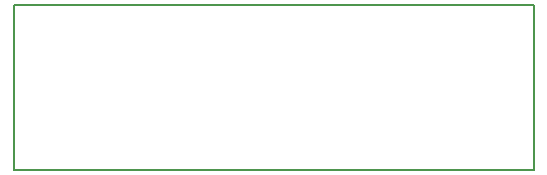
<source format=gbr>
G04 #@! TF.FileFunction,Profile,NP*
%FSLAX46Y46*%
G04 Gerber Fmt 4.6, Leading zero omitted, Abs format (unit mm)*
G04 Created by KiCad (PCBNEW 4.0.7) date 04/04/18 17:14:33*
%MOMM*%
%LPD*%
G01*
G04 APERTURE LIST*
%ADD10C,0.100000*%
%ADD11C,0.150000*%
G04 APERTURE END LIST*
D10*
D11*
X123000000Y-102500000D02*
X123000000Y-116500000D01*
X167000000Y-102500000D02*
X123000000Y-102500000D01*
X167000000Y-116500000D02*
X167000000Y-102500000D01*
X123000000Y-116500000D02*
X167000000Y-116500000D01*
M02*

</source>
